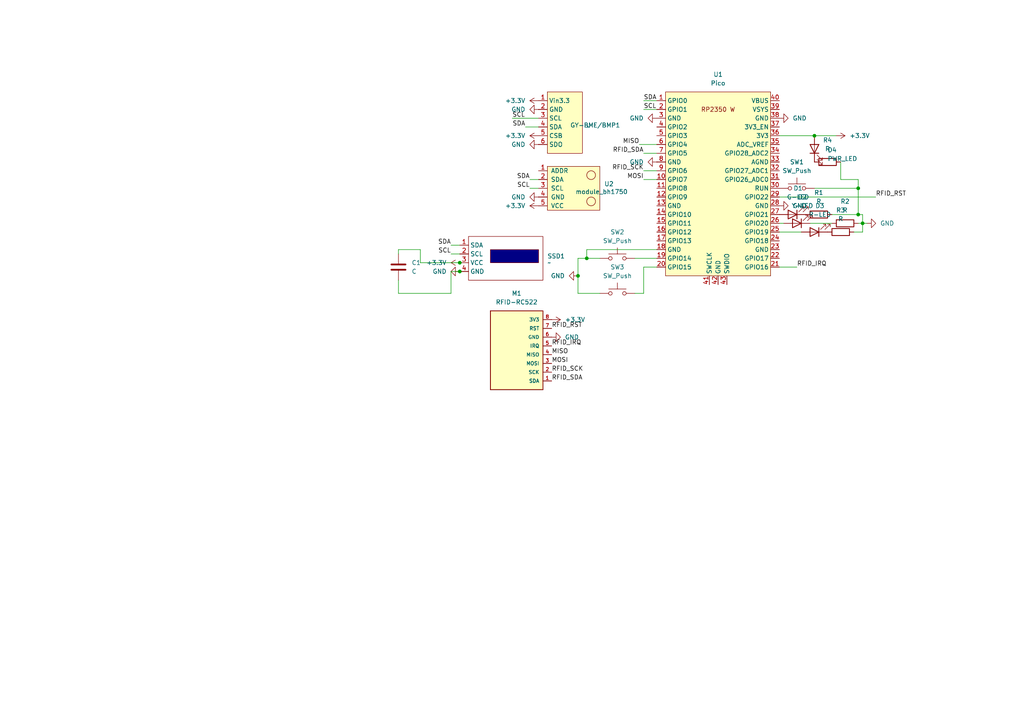
<source format=kicad_sch>
(kicad_sch (version 20231120) (generator "eeschema") (generator_version "8.0")
  (paper "A4")
  (lib_symbols
    (symbol "Device:C" (pin_numbers hide) (pin_names (offset 0.254))
      (property "Reference" "C" (at 0.635 2.54 0))
      (property "Value" "C" (at 0.635 -2.54 0))
      (symbol "C_0_1"
        (polyline (pts (xy -2.032 -0.762) (xy 2.032 -0.762)) (stroke (width 0.508)))
        (polyline (pts (xy -2.032 0.762) (xy 2.032 0.762)) (stroke (width 0.508)))
      )
      (symbol "C_1_1"
        (pin passive line (at 0 3.81 270) (length 2.794) (name "~") (number "1"))
        (pin passive line (at 0 -3.81 90) (length 2.794) (name "~") (number "2"))
      )
    )
    (symbol "Device:LED" (pin_numbers hide) (pin_names (offset 1.016) hide)
      (property "Reference" "D" (at 0 2.54 0))
      (property "Value" "LED" (at 0 -2.54 0))
      (symbol "LED_0_1"
        (polyline (pts (xy -1.27 -1.27) (xy -1.27 1.27)) (stroke (width 0.254)))
        (polyline (pts (xy -1.27 0) (xy 1.27 0)))
        (polyline (pts (xy 1.27 -1.27) (xy 1.27 1.27) (xy -1.27 0) (xy 1.27 -1.27)) (stroke (width 0.254)))
        (polyline (pts (xy -3.048 -0.762) (xy -4.572 -2.286) (xy -3.81 -2.286) (xy -4.572 -2.286) (xy -4.572 -1.524)))
        (polyline (pts (xy -1.778 -0.762) (xy -3.302 -2.286) (xy -2.54 -2.286) (xy -3.302 -2.286) (xy -3.302 -1.524)))
      )
      (symbol "LED_1_1"
        (pin passive line (at -3.81 0 0) (length 2.54) (name "K") (number "1"))
        (pin passive line (at 3.81 0 180) (length 2.54) (name "A") (number "2"))
      )
    )
    (symbol "Device:R" (pin_numbers hide) (pin_names (offset 0))
      (property "Reference" "R" (at 2.032 0 90))
      (property "Value" "R" (at 0 0 90))
      (symbol "R_0_1"
        (rectangle (start -1.016 -2.54) (end 1.016 2.54) (stroke (width 0.254)))
      )
      (symbol "R_1_1"
        (pin passive line (at 0 3.81 270) (length 1.27) (name "~") (number "1"))
        (pin passive line (at 0 -3.81 90) (length 1.27) (name "~") (number "2"))
      )
    )
    (symbol "MCU_RaspberryPi_and_Boards:Pico"
      (property "Reference" "U1" (at 0 31.75 0))
      (property "Value" "Pico" (at 0 29.21 0))
      (symbol "Pico_0_0"
        (text "RP2350 W" (at 0 21.59 0) (effects (font (size 1.27 1.27))))
      )
      (symbol "Pico_0_1"
        (rectangle (start -15.24 26.67) (end 15.24 -26.67) (fill (type background)))
      )
      (symbol "Pico_1_1"
        (pin bidirectional line (at -17.78 24.13 0) (length 2.54) (name "GPIO0") (number "1"))
        (pin bidirectional line (at -17.78 1.27 0) (length 2.54) (name "GPIO7") (number "10"))
        (pin bidirectional line (at -17.78 -1.27 0) (length 2.54) (name "GPIO8") (number "11"))
        (pin bidirectional line (at -17.78 -3.81 0) (length 2.54) (name "GPIO9") (number "12"))
        (pin power_in line (at -17.78 -6.35 0) (length 2.54) (name "GND") (number "13"))
        (pin bidirectional line (at -17.78 -8.89 0) (length 2.54) (name "GPIO10") (number "14"))
        (pin bidirectional line (at -17.78 -11.43 0) (length 2.54) (name "GPIO11") (number "15"))
        (pin bidirectional line (at -17.78 -13.97 0) (length 2.54) (name "GPIO12") (number "16"))
        (pin bidirectional line (at -17.78 -16.51 0) (length 2.54) (name "GPIO13") (number "17"))
        (pin power_in line (at -17.78 -19.05 0) (length 2.54) (name "GND") (number "18"))
        (pin bidirectional line (at -17.78 -21.59 0) (length 2.54) (name "GPIO14") (number "19"))
        (pin bidirectional line (at -17.78 21.59 0) (length 2.54) (name "GPIO1") (number "2"))
        (pin bidirectional line (at -17.78 -24.13 0) (length 2.54) (name "GPIO15") (number "20"))
        (pin bidirectional line (at 17.78 -24.13 180) (length 2.54) (name "GPIO16") (number "21"))
        (pin bidirectional line (at 17.78 -21.59 180) (length 2.54) (name "GPIO17") (number "22"))
        (pin power_in line (at 17.78 -19.05 180) (length 2.54) (name "GND") (number "23"))
        (pin bidirectional line (at 17.78 -16.51 180) (length 2.54) (name "GPIO18") (number "24"))
        (pin bidirectional line (at 17.78 -13.97 180) (length 2.54) (name "GPIO19") (number "25"))
        (pin bidirectional line (at 17.78 -11.43 180) (length 2.54) (name "GPIO20") (number "26"))
        (pin bidirectional line (at 17.78 -8.89 180) (length 2.54) (name "GPIO21") (number "27"))
        (pin power_in line (at 17.78 -6.35 180) (length 2.54) (name "GND") (number "28"))
        (pin bidirectional line (at 17.78 -3.81 180) (length 2.54) (name "GPIO22") (number "29"))
        (pin power_in line (at -17.78 19.05 0) (length 2.54) (name "GND") (number "3"))
        (pin input line (at 17.78 -1.27 180) (length 2.54) (name "RUN") (number "30"))
        (pin bidirectional line (at 17.78 1.27 180) (length 2.54) (name "GPIO26_ADC0") (number "31"))
        (pin bidirectional line (at 17.78 3.81 180) (length 2.54) (name "GPIO27_ADC1") (number "32"))
        (pin power_in line (at 17.78 6.35 180) (length 2.54) (name "AGND") (number "33"))
        (pin bidirectional line (at 17.78 8.89 180) (length 2.54) (name "GPIO28_ADC2") (number "34"))
        (pin power_in line (at 17.78 11.43 180) (length 2.54) (name "ADC_VREF") (number "35"))
        (pin power_in line (at 17.78 13.97 180) (length 2.54) (name "3V3") (number "36"))
        (pin input line (at 17.78 16.51 180) (length 2.54) (name "3V3_EN") (number "37"))
        (pin bidirectional line (at 17.78 19.05 180) (length 2.54) (name "GND") (number "38"))
        (pin power_in line (at 17.78 21.59 180) (length 2.54) (name "VSYS") (number "39"))
        (pin bidirectional line (at -17.78 16.51 0) (length 2.54) (name "GPIO2") (number "4"))
        (pin power_in line (at 17.78 24.13 180) (length 2.54) (name "VBUS") (number "40"))
        (pin input line (at -2.54 -29.21 90) (length 2.54) (name "SWCLK") (number "41"))
        (pin power_in line (at 0 -29.21 90) (length 2.54) (name "GND") (number "42"))
        (pin bidirectional line (at 2.54 -29.21 90) (length 2.54) (name "SWDIO") (number "43"))
        (pin bidirectional line (at -17.78 13.97 0) (length 2.54) (name "GPIO3") (number "5"))
        (pin bidirectional line (at -17.78 11.43 0) (length 2.54) (name "GPIO4") (number "6"))
        (pin bidirectional line (at -17.78 8.89 0) (length 2.54) (name "GPIO5") (number "7"))
        (pin power_in line (at -17.78 6.35 0) (length 2.54) (name "GND") (number "8"))
        (pin bidirectional line (at -17.78 3.81 0) (length 2.54) (name "GPIO6") (number "9"))
      )
    )
    (symbol "RFID-RC522:RFID-RC522" (pin_names (offset 1.016))
      (property "Reference" "M" (at -7.62 10.922 0))
      (symbol "RFID-RC522_0_0"
        (rectangle (start -7.62 -12.7) (end 7.62 10.16) (stroke (width 0.254)) (fill (type background)))
        (pin bidirectional line (at -10.16 7.62 0) (length 2.54) (name "SDA") (number "1"))
        (pin bidirectional line (at -10.16 5.08 0) (length 2.54) (name "SCK") (number "2"))
        (pin bidirectional line (at -10.16 2.54 0) (length 2.54) (name "MOSI") (number "3"))
        (pin bidirectional line (at -10.16 0 0) (length 2.54) (name "MISO") (number "4"))
        (pin bidirectional line (at -10.16 -2.54 0) (length 2.54) (name "IRQ") (number "5"))
        (pin bidirectional line (at -10.16 -5.08 0) (length 2.54) (name "GND") (number "6"))
        (pin bidirectional line (at -10.16 -7.62 0) (length 2.54) (name "RST") (number "7"))
        (pin bidirectional line (at -10.16 -10.16 0) (length 2.54) (name "3V3") (number "8"))
      )
    )
    (symbol "Switch:SW_Push" (pin_numbers hide) (pin_names (offset 1.016) hide)
      (property "Reference" "SW" (at 1.27 2.54 0))
      (property "Value" "SW_Push" (at 0 -1.524 0))
      (symbol "SW_Push_0_1"
        (circle (center -2.032 0) (radius 0.508))
        (polyline (pts (xy 0 1.27) (xy 0 3.048)))
        (polyline (pts (xy 2.54 1.27) (xy -2.54 1.27)))
        (circle (center 2.032 0) (radius 0.508))
        (pin passive line (at -5.08 0 0) (length 2.54) (name "1") (number "1"))
        (pin passive line (at 5.08 0 180) (length 2.54) (name "2") (number "2"))
      )
    )
    (symbol "pim_B280:GY-BME_BMP280"
      (property "Reference" "GY-BME/BMP1" (at 13.97 -9.5249 0))
      (property "Value" "~" (at 13.97 -11.43 0))
      (symbol "GY-BME_BMP280_0_1"
        (rectangle (start 2.54 -1.27) (end 12.7 -19.05) (fill (type background)))
      )
      (symbol "GY-BME_BMP280_1_1"
        (pin power_in line (at 0 -3.81 0) (length 2.54) (name "Vin3.3") (number "1"))
        (pin power_in line (at 0 -6.35 0) (length 2.54) (name "GND") (number "2"))
        (pin bidirectional line (at 0 -8.89 0) (length 2.54) (name "SCL") (number "3"))
        (pin bidirectional line (at 0 -11.43 0) (length 2.54) (name "SDA") (number "4"))
        (pin input line (at 0 -13.97 0) (length 2.54) (name "CSB") (number "5"))
        (pin input line (at 0 -16.51 0) (length 2.54) (name "SDO") (number "6"))
      )
    )
    (symbol "pim_B280:ssd1306-nt"
      (property "Reference" "SSD1306" (at 0 0 0))
      (symbol "ssd1306-nt_0_1"
        (rectangle (start -3.81 -1.27) (end 17.78 -13.97))
      )
      (symbol "ssd1306-nt_1_1"
        (rectangle (start 2.54 -5.08) (end 16.51 -8.89) (fill (type color) (color 0 0 132 1)))
        (pin bidirectional line (at -6.35 -3.81 0) (length 2.54) (name "SDA") (number "1"))
        (pin bidirectional line (at -6.35 -6.35 0) (length 2.54) (name "SCL") (number "2"))
        (pin power_in line (at -6.35 -8.89 0) (length 2.54) (name "VCC") (number "3"))
        (pin power_in line (at -6.35 -11.43 0) (length 2.54) (name "GND") (number "4"))
      )
    )
    (symbol "power:+3.3V" (power) (pin_numbers hide) (pin_names (offset 0) hide)
      (property "Value" "+3.3V" (at 0 3.556 0))
      (symbol "+3.3V_0_1"
        (polyline (pts (xy -0.762 1.27) (xy 0 2.54)))
        (polyline (pts (xy 0 0) (xy 0 2.54)))
        (polyline (pts (xy 0 2.54) (xy 0.762 1.27)))
      )
      (symbol "+3.3V_1_1"
        (pin power_in line (at 0 0 90) (length 0) (name "~") (number "1"))
      )
    )
    (symbol "power:GND" (power) (pin_numbers hide) (pin_names (offset 0) hide)
      (property "Value" "GND" (at 0 -3.81 0))
      (symbol "GND_0_1"
        (polyline (pts (xy 0 0) (xy 0 -1.27) (xy 1.27 -1.27) (xy 0 -2.54) (xy -1.27 -1.27) (xy 0 -1.27)))
      )
      (symbol "GND_1_1"
        (pin power_in line (at 0 0 270) (length 0) (name "~") (number "1"))
      )
    )
    (symbol "usini_sensors:module_bh1750" (pin_names (offset 1.016))
      (property "Reference" "U" (at 3.81 10.16 0))
      (property "Value" "module_bh1750" (at 10.16 -5.08 0))
      (symbol "module_bh1750_0_1"
        (rectangle (start 2.54 8.89) (end 17.78 -3.81) (fill (type background)))
        (circle (center 15.24 -1.27) (radius 1.27))
        (circle (center 15.24 6.35) (radius 1.27))
      )
      (symbol "module_bh1750_1_1"
        (pin input line (at 0 7.62 0) (length 2.54) (name "ADDR") (number "1"))
        (pin input line (at 0 5.08 0) (length 2.54) (name "SDA") (number "2"))
        (pin input line (at 0 2.54 0) (length 2.54) (name "SCL") (number "3"))
        (pin input line (at 0 0 0) (length 2.54) (name "GND") (number "4"))
        (pin input line (at 0 -2.54 0) (length 2.54) (name "VCC") (number "5"))
      )
    )
  )
  (junction (at 133.35 78.74))
  (junction (at 170.18 74.93))
  (junction (at 167.64 80.01))
  (junction (at 133.35 76.2))
  (junction (at 236.22 39.37))
  (junction (at 248.92 62.23))
  (junction (at 248.92 54.61))
  (junction (at 250.19 64.77))
  (wire (pts (xy 186.69 85.09) (xy 184.15 85.09)))
  (wire (pts (xy 186.69 49.53) (xy 190.5 49.53)))
  (wire (pts (xy 153.67 52.07) (xy 156.21 52.07)))
  (wire (pts (xy 226.06 64.77) (xy 227.33 64.77)))
  (wire (pts (xy 250.19 62.23) (xy 250.19 64.77)))
  (wire (pts (xy 130.81 71.12) (xy 133.35 71.12)))
  (wire (pts (xy 236.22 54.61) (xy 248.92 54.61)))
  (wire (pts (xy 167.64 74.93) (xy 170.18 74.93)))
  (wire (pts (xy 167.64 80.01) (xy 167.64 85.09)))
  (wire (pts (xy 236.22 39.37) (xy 242.57 39.37)))
  (wire (pts (xy 170.18 72.39) (xy 170.18 74.93)))
  (wire (pts (xy 226.06 77.47) (xy 231.14 77.47)))
  (wire (pts (xy 186.69 29.21) (xy 190.5 29.21)))
  (wire (pts (xy 130.81 73.66) (xy 133.35 73.66)))
  (wire (pts (xy 248.92 54.61) (xy 248.92 62.23)))
  (wire (pts (xy 167.64 80.01) (xy 167.64 74.93)))
  (wire (pts (xy 186.69 44.45) (xy 190.5 44.45)))
  (wire (pts (xy 130.81 78.74) (xy 133.35 78.74)))
  (wire (pts (xy 148.59 34.29) (xy 156.21 34.29)))
  (wire (pts (xy 115.57 72.39) (xy 115.57 73.66)))
  (wire (pts (xy 190.5 72.39) (xy 170.18 72.39)))
  (wire (pts (xy 234.95 64.77) (xy 241.3 64.77)))
  (wire (pts (xy 173.99 85.09) (xy 167.64 85.09)))
  (wire (pts (xy 170.18 74.93) (xy 173.99 74.93)))
  (wire (pts (xy 186.69 31.75) (xy 190.5 31.75)))
  (wire (pts (xy 121.92 72.39) (xy 121.92 76.2)))
  (wire (pts (xy 243.84 52.07) (xy 248.92 52.07)))
  (wire (pts (xy 241.3 62.23) (xy 248.92 62.23)))
  (wire (pts (xy 186.69 52.07) (xy 190.5 52.07)))
  (wire (pts (xy 130.81 85.09) (xy 115.57 85.09)))
  (wire (pts (xy 186.69 77.47) (xy 186.69 85.09)))
  (wire (pts (xy 243.84 46.99) (xy 243.84 52.07)))
  (wire (pts (xy 184.15 74.93) (xy 190.5 74.93)))
  (wire (pts (xy 248.92 52.07) (xy 248.92 54.61)))
  (wire (pts (xy 247.65 67.31) (xy 250.19 67.31)))
  (wire (pts (xy 248.92 62.23) (xy 250.19 62.23)))
  (wire (pts (xy 226.06 39.37) (xy 236.22 39.37)))
  (wire (pts (xy 250.19 64.77) (xy 250.19 67.31)))
  (wire (pts (xy 130.81 78.74) (xy 130.81 85.09)))
  (wire (pts (xy 121.92 76.2) (xy 133.35 76.2)))
  (wire (pts (xy 153.67 54.61) (xy 156.21 54.61)))
  (wire (pts (xy 185.42 41.91) (xy 190.5 41.91)))
  (wire (pts (xy 121.92 72.39) (xy 115.57 72.39)))
  (wire (pts (xy 226.06 57.15) (xy 254 57.15)))
  (wire (pts (xy 152.4 36.83) (xy 156.21 36.83)))
  (wire (pts (xy 226.06 67.31) (xy 232.41 67.31)))
  (wire (pts (xy 115.57 81.28) (xy 115.57 85.09)))
  (wire (pts (xy 248.92 64.77) (xy 250.19 64.77)))
  (wire (pts (xy 190.5 77.47) (xy 186.69 77.47)))
  (wire (pts (xy 250.19 64.77) (xy 251.46 64.77)))
  (label "SDA" (at 130.81 71.12 180))
  (label "SCL" (at 153.67 54.61 180))
  (label "RFID_SDA" (at 160.02 110.49 0))
  (label "SDA" (at 186.69 29.21 0))
  (label "MOSI" (at 160.02 105.41 0))
  (label "RFID_SCK" (at 160.02 107.95 0))
  (label "SDA" (at 153.67 52.07 180))
  (label "SCL" (at 130.81 73.66 180))
  (label "SCL" (at 148.59 34.29 0))
  (label "RFID_SCK" (at 186.69 49.53 180))
  (label "RFID_IRQ" (at 231.14 77.47 0))
  (label "SCL" (at 186.69 31.75 0))
  (label "MOSI" (at 186.69 52.07 180))
  (label "RFID_IRQ" (at 160.02 100.33 0))
  (label "SDA" (at 152.4 36.83 180))
  (label "MISO" (at 160.02 102.87 0))
  (label "MISO" (at 185.42 41.91 180))
  (label "RFID_SDA" (at 186.69 44.45 180))
  (label "RFID_RST" (at 254 57.15 0))
  (label "RFID_RST" (at 160.02 95.25 0))
  (symbol (lib_id "Device:LED") (at 229.87 62.23 180) (unit 1)
    (property "Reference" "D1" (at 231.4575 54.61 0))
    (property "Value" "G-LED" (at 231.4575 57.15 0))
    (property "Footprint" "LED_THT:LED_D5.0mm" (effects (hide yes)))
    (property "Description" "Light emitting diode" (effects (hide yes)))
  )
  (symbol (lib_id "Switch:SW_Push") (at 179.07 85.09 0) (unit 1)
    (property "Reference" "SW3" (at 179.07 77.47 0))
    (property "Value" "SW_Push" (at 179.07 80.01 0))
    (property "Footprint" "Button_Switch_THT:SW_PUSH_6mm" (effects (hide yes)))
    (property "Description" "Push button switch, generic, two pins" (effects (hide yes)))
  )
  (symbol (lib_id "power:GND") (at 160.02 97.79 90) (unit 1)
    (property "Reference" "#PWR16" (effects (hide yes)))
    (property "Value" "GND" (at 163.83 97.7899 90) (effects (justify right)))
    (property "Description" "Power symbol creates a global label with name \"GND\" , ground" (effects (hide yes)))
  )
  (symbol (lib_id "power:+3.3V") (at 156.21 29.21 90) (unit 1)
    (property "Reference" "#PWR4" (effects (hide yes)))
    (property "Value" "+3.3V" (at 152.4 29.2099 90) (effects (justify left)))
    (property "Description" "Power symbol creates a global label with name \"+3.3V\"" (effects (hide yes)))
  )
  (symbol (lib_id "Device:R") (at 237.49 62.23 90) (unit 1)
    (property "Reference" "R1" (at 237.49 55.88 90))
    (property "Value" "R" (at 237.49 58.42 90))
    (property "Footprint" "Resistor_THT:R_Axial_DIN0207_L6.3mm_D2.5mm_P10.16mm_Horizontal" (effects (hide yes)))
    (property "Description" "Resistor" (effects (hide yes)))
  )
  (symbol (lib_id "power:+3.3V") (at 156.21 59.69 90) (unit 1)
    (property "Reference" "#PWR9" (effects (hide yes)))
    (property "Value" "+3.3V" (at 152.4 59.6899 90) (effects (justify left)))
    (property "Description" "Power symbol creates a global label with name \"+3.3V\"" (effects (hide yes)))
  )
  (symbol (lib_id "power:GND") (at 251.46 64.77 90) (unit 1)
    (property "Reference" "#PWR14" (effects (hide yes)))
    (property "Value" "GND" (at 255.27 64.7699 90) (effects (justify right)))
    (property "Description" "Power symbol creates a global label with name \"GND\" , ground" (effects (hide yes)))
  )
  (symbol (lib_id "power:GND") (at 167.64 80.01 270) (unit 1)
    (property "Reference" "#PWR15" (effects (hide yes)))
    (property "Value" "GND" (at 163.83 80.0099 90) (effects (justify right)))
    (property "Description" "Power symbol creates a global label with name \"GND\" , ground" (effects (hide yes)))
  )
  (symbol (lib_id "Device:R") (at 240.03 46.99 90) (unit 1)
    (property "Reference" "R4" (at 240.03 40.64 90))
    (property "Value" "R" (at 240.03 43.18 90))
    (property "Footprint" "Resistor_THT:R_Axial_DIN0207_L6.3mm_D2.5mm_P10.16mm_Horizontal" (effects (hide yes)))
    (property "Description" "Resistor" (effects (hide yes)))
  )
  (symbol (lib_id "RFID-RC522:RFID-RC522") (at 149.86 102.87 180) (unit 1)
    (property "Reference" "M1" (at 149.86 85.09 0))
    (property "Value" "RFID-RC522" (at 149.86 87.63 0))
    (property "Footprint" "RFID-RC522:RFID-RC522" (effects (hide yes)))
    (property "MF" "Handson Technology" (effects (hide yes)))
    (property "Description_1" "\n                        \n                            Development kit in an integrated reader/writer IC MFRC522 for contactless communication at 13.56 MHz.\n                        \n" (effects (hide yes)))
    (property "MPN" "RFID-RC522" (effects (hide yes)))
    (property "Price" "None" (effects (hide yes)))
    (property "Package" "Package" (effects (hide yes)))
    (property "Check_prices" "https://www.snapeda.com/parts/RFID-RC522/Handson+Technology/view-part/?ref=eda" (effects (hide yes)))
    (property "SnapEDA_Link" "https://www.snapeda.com/parts/RFID-RC522/Handson+Technology/view-part/?ref=snap" (effects (hide yes)))
    (property "MP" "RFID-RC522" (effects (hide yes)))
    (property "Availability" "Not in stock" (effects (hide yes)))
    (property "DESC" "MFRC522 RFID Module" (effects (hide yes)))
  )
  (symbol (lib_id "power:GND") (at 156.21 57.15 270) (unit 1)
    (property "Reference" "#PWR8" (effects (hide yes)))
    (property "Value" "GND" (at 152.4 57.1499 90) (effects (justify right)))
    (property "Description" "Power symbol creates a global label with name \"GND\" , ground" (effects (hide yes)))
  )
  (symbol (lib_id "power:+3.3V") (at 156.21 39.37 90) (unit 1)
    (property "Reference" "#PWR6" (effects (hide yes)))
    (property "Value" "+3.3V" (at 152.4 39.3699 90) (effects (justify left)))
    (property "Description" "Power symbol creates a global label with name \"+3.3V\"" (effects (hide yes)))
  )
  (symbol (lib_id "Device:R") (at 245.11 64.77 270) (unit 1)
    (property "Reference" "R2" (at 245.11 58.42 90))
    (property "Value" "R" (at 245.11 60.96 90))
    (property "Footprint" "Resistor_THT:R_Axial_DIN0207_L6.3mm_D2.5mm_P10.16mm_Horizontal" (effects (hide yes)))
    (property "Description" "Resistor" (effects (hide yes)))
  )
  (symbol (lib_id "Switch:SW_Push") (at 231.14 54.61 0) (unit 1)
    (property "Reference" "SW1" (at 231.14 46.99 0))
    (property "Value" "SW_Push" (at 231.14 49.53 0))
    (property "Footprint" "Button_Switch_THT:SW_PUSH_6mm" (effects (hide yes)))
    (property "Description" "Push button switch, generic, two pins" (effects (hide yes)))
  )
  (symbol (lib_id "power:GND") (at 190.5 46.99 270) (unit 1)
    (property "Reference" "#PWR17" (effects (hide yes)))
    (property "Value" "GND" (at 186.69 46.9899 90) (effects (justify right)))
    (property "Description" "Power symbol creates a global label with name \"GND\" , ground" (effects (hide yes)))
  )
  (symbol (lib_id "power:+3.3V") (at 160.02 92.71 270) (unit 1)
    (property "Reference" "#PWR12" (effects (hide yes)))
    (property "Value" "+3.3V" (at 163.83 92.7099 90) (effects (justify left)))
    (property "Description" "Power symbol creates a global label with name \"+3.3V\"" (effects (hide yes)))
  )
  (symbol (lib_id "power:GND") (at 226.06 34.29 90) (unit 1)
    (property "Reference" "#PWR1" (effects (hide yes)))
    (property "Value" "GND" (at 229.87 34.2899 90) (effects (justify right)))
    (property "Description" "Power symbol creates a global label with name \"GND\" , ground" (effects (hide yes)))
  )
  (symbol (lib_id "pim_B280:GY-BME_BMP280") (at 156.21 25.4 0) (unit 1)
    (property "Reference" "GY-BME/BMP1" (at 165.354 36.322 0) (effects (justify left)))
    (property "Value" "~" (at 170.18 36.83 0) (effects (justify left)))
    (property "Footprint" "usini_sensors:module_bme280" (effects (hide yes)))
  )
  (symbol (lib_id "Device:R") (at 243.84 67.31 90) (unit 1)
    (property "Reference" "R3" (at 243.84 60.96 90))
    (property "Value" "R" (at 243.84 63.5 90))
    (property "Footprint" "Resistor_THT:R_Axial_DIN0207_L6.3mm_D2.5mm_P10.16mm_Horizontal" (effects (hide yes)))
    (property "Description" "Resistor" (effects (hide yes)))
  )
  (symbol (lib_id "power:GND") (at 156.21 41.91 270) (unit 1)
    (property "Reference" "#PWR7" (effects (hide yes)))
    (property "Value" "GND" (at 152.4 41.9099 90) (effects (justify right)))
    (property "Description" "Power symbol creates a global label with name \"GND\" , ground" (effects (hide yes)))
  )
  (symbol (lib_id "power:+3.3V") (at 133.35 76.2 90) (unit 1)
    (property "Reference" "#PWR11" (effects (hide yes)))
    (property "Value" "+3.3V" (at 129.54 76.1999 90) (effects (justify left)))
    (property "Description" "Power symbol creates a global label with name \"+3.3V\"" (effects (hide yes)))
  )
  (symbol (lib_id "MCU_RaspberryPi_and_Boards:Pico") (at 208.28 53.34 0) (unit 1)
    (property "Reference" "U1" (at 208.28 21.59 0))
    (property "Value" "Pico" (at 208.28 24.13 0))
    (property "Footprint" "MCU_RaspberryPi_and_Boards:RPi_Pico_SMD_TH" (effects (hide yes)))
  )
  (symbol (lib_id "pim_B280:ssd1306-nt") (at 139.7 67.31 0) (unit 1)
    (property "Reference" "SSD1" (at 158.75 74.2949 0) (effects (justify left)))
    (property "Value" "~" (at 158.75 76.2 0) (effects (justify left)))
    (property "Footprint" "KiCad-SSD1306-0.91-OLED-4pin-128x32:SSD1306-0.91-OLED-4pin-128x32" (effects (hide yes)))
  )
  (symbol (lib_id "Device:LED") (at 236.22 43.18 90) (unit 1)
    (property "Reference" "D4" (at 240.03 43.4974 90) (effects (justify right)))
    (property "Value" "PWR_LED" (at 240.03 46.0374 90) (effects (justify right)))
    (property "Footprint" "LED_THT:LED_D3.0mm" (effects (hide yes)))
    (property "Description" "Light emitting diode" (effects (hide yes)))
  )
  (symbol (lib_id "Switch:SW_Push") (at 179.07 74.93 0) (unit 1)
    (property "Reference" "SW2" (at 179.07 67.31 0))
    (property "Value" "SW_Push" (at 179.07 69.85 0))
    (property "Footprint" "Button_Switch_THT:SW_PUSH_6mm" (effects (hide yes)))
    (property "Description" "Push button switch, generic, two pins" (effects (hide yes)))
  )
  (symbol (lib_id "Device:LED") (at 236.22 67.31 180) (unit 1)
    (property "Reference" "D3" (at 237.8075 59.69 0))
    (property "Value" "R-LED" (at 237.8075 62.23 0))
    (property "Footprint" "LED_THT:LED_D5.0mm" (effects (hide yes)))
    (property "Description" "Light emitting diode" (effects (hide yes)))
  )
  (symbol (lib_id "usini_sensors:module_bh1750") (at 156.21 57.15 0) (unit 1)
    (property "Reference" "U2" (at 175.26 53.3399 0) (effects (justify left)))
    (property "Value" "module_bh1750" (at 166.878 55.626 0) (effects (justify left)))
    (property "Footprint" "usini_sensors:module_bh1750" (effects (hide yes)))
  )
  (symbol (lib_id "power:GND") (at 133.35 78.74 270) (unit 1)
    (property "Reference" "#PWR10" (effects (hide yes)))
    (property "Value" "GND" (at 129.54 78.7399 90) (effects (justify right)))
    (property "Description" "Power symbol creates a global label with name \"GND\" , ground" (effects (hide yes)))
  )
  (symbol (lib_id "power:+3.3V") (at 242.57 39.37 270) (unit 1)
    (property "Reference" "#PWR3" (effects (hide yes)))
    (property "Value" "+3.3V" (at 246.38 39.3699 90) (effects (justify left)))
    (property "Description" "Power symbol creates a global label with name \"+3.3V\"" (effects (hide yes)))
  )
  (symbol (lib_id "power:GND") (at 226.06 59.69 90) (unit 1)
    (property "Reference" "#PWR13" (effects (hide yes)))
    (property "Value" "GND" (at 229.87 59.6899 90) (effects (justify right)))
    (property "Description" "Power symbol creates a global label with name \"GND\" , ground" (effects (hide yes)))
  )
  (symbol (lib_id "power:GND") (at 190.5 34.29 270) (unit 1)
    (property "Reference" "#PWR2" (effects (hide yes)))
    (property "Value" "GND" (at 186.69 34.2899 90) (effects (justify right)))
    (property "Description" "Power symbol creates a global label with name \"GND\" , ground" (effects (hide yes)))
  )
  (symbol (lib_id "power:GND") (at 156.21 31.75 270) (unit 1)
    (property "Reference" "#PWR5" (effects (hide yes)))
    (property "Value" "GND" (at 152.4 31.7499 90) (effects (justify right)))
    (property "Description" "Power symbol creates a global label with name \"GND\" , ground" (effects (hide yes)))
  )
  (symbol (lib_id "Device:C") (at 115.57 77.47 0) (unit 1)
    (property "Reference" "C1" (at 119.38 76.1999 0) (effects (justify left)))
    (property "Value" "C" (at 119.38 78.7399 0) (effects (justify left)))
    (property "Footprint" "Capacitor_THT:C_Disc_D5.0mm_W2.5mm_P2.50mm" (effects (hide yes)))
    (property "Description" "Unpolarized capacitor" (effects (hide yes)))
  )
  (symbol (lib_id "Device:LED") (at 231.14 64.77 180) (unit 1)
    (property "Reference" "D2" (at 232.7275 57.15 0))
    (property "Value" "Y-LED" (at 232.7275 59.69 0))
    (property "Footprint" "LED_THT:LED_D5.0mm" (effects (hide yes)))
    (property "Description" "Light emitting diode" (effects (hide yes)))
  )
)
</source>
